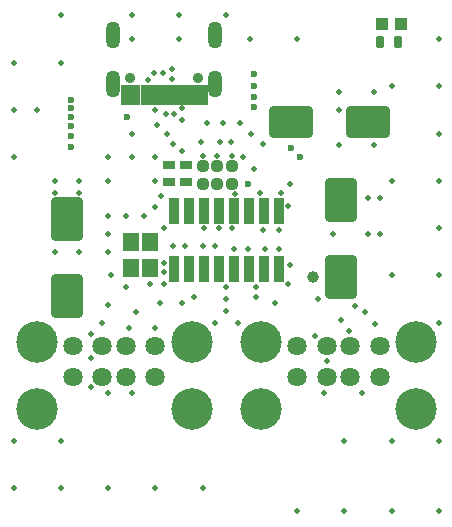
<source format=gbr>
%FSLAX46Y46*%
%MOMM*%
%AMPS13*
1,1,3.516000,0.000000,0.000000*
%
%ADD13PS13*%
%AMPS14*
1,1,1.628000,0.000000,0.000000*
%
%ADD14PS14*%
%AMPS12*
21,1,1.000000,1.000000,0.000000,0.000000,0.000000*
%
%ADD12PS12*%
%AMPS25*
21,1,0.800000,1.650000,0.000000,0.000000,180.000000*
%
%ADD25PS25*%
%AMPS19*
21,1,0.800000,2.150000,0.000000,0.000000,0.000000*
%
%ADD19PS19*%
%AMPS20*
21,1,0.800000,2.150000,0.000000,0.000000,180.000000*
%
%ADD20PS20*%
%AMPS21*
21,1,0.500000,1.650000,0.000000,0.000000,180.000000*
%
%ADD21PS21*%
%AMPS10*
21,1,1.600000,1.400000,0.000000,0.000000,90.000000*
%
%ADD10PS10*%
%AMPS26*
1,1,0.600000,0.000000,0.000000*
%
%ADD26PS26*%
%AMPS28*
1,1,1.000000,0.000000,0.000000*
%
%ADD28PS28*%
%AMPS27*
1,1,0.500000,0.000000,0.000000*
%
%ADD27PS27*%
%AMPS23*
21,1,1.050000,1.250000,0.000000,0.000000,270.000000*
1,1,1.250000,0.000000,-0.525000*
1,1,1.250000,0.000000,0.525000*
%
%ADD23PS23*%
%AMPS22*
21,1,1.050000,1.250000,0.000000,0.000000,270.000000*
1,1,1.250000,0.000000,-0.525000*
1,1,1.250000,0.000000,0.525000*
%
%ADD22PS22*%
%AMPS24*
1,1,0.900000,0.000000,0.000000*
%
%ADD24PS24*%
%AMPS15*
1,1,0.560000,-0.195000,-0.220000*
1,1,0.560000,0.195000,0.220000*
1,1,0.560000,-0.195000,0.220000*
1,1,0.560000,0.195000,-0.220000*
21,1,1.000000,0.390000,0.000000,0.000000,90.000000*
21,1,0.440000,0.950000,0.000000,0.000000,90.000000*
%
%ADD15PS15*%
%AMPS11*
1,1,0.440000,-0.130000,0.330000*
1,1,0.440000,0.130000,-0.330000*
1,1,0.440000,0.130000,0.330000*
1,1,0.440000,-0.130000,-0.330000*
21,1,0.700000,0.660000,0.000000,0.000000,0.000000*
21,1,0.260000,1.100000,0.000000,0.000000,0.000000*
%
%ADD11PS11*%
%AMPS18*
1,1,0.440000,0.330000,0.130000*
1,1,0.440000,-0.330000,-0.130000*
1,1,0.440000,0.330000,-0.130000*
1,1,0.440000,-0.330000,0.130000*
21,1,0.700000,0.660000,0.000000,0.000000,270.000000*
21,1,0.260000,1.100000,0.000000,0.000000,270.000000*
%
%ADD18PS18*%
%AMPS16*
1,1,0.700000,-1.500000,1.000000*
1,1,0.700000,1.500000,-1.000000*
1,1,0.700000,1.500000,1.000000*
1,1,0.700000,-1.500000,-1.000000*
21,1,3.700000,2.000000,0.000000,0.000000,0.000000*
21,1,3.000000,2.700000,0.000000,0.000000,0.000000*
%
%ADD16PS16*%
%AMPS17*
1,1,0.700000,-1.000000,-1.500000*
1,1,0.700000,1.000000,1.500000*
1,1,0.700000,-1.000000,1.500000*
1,1,0.700000,1.000000,-1.500000*
21,1,3.700000,2.000000,0.000000,0.000000,90.000000*
21,1,3.000000,2.700000,0.000000,0.000000,90.000000*
%
%ADD17PS17*%
G01*
G01*
%LPD*%
G75*
D10*
X11950000Y24850000D03*
D10*
X11950000Y22650000D03*
D10*
X13550000Y22650000D03*
D10*
X13550000Y24850000D03*
D11*
X33000000Y41750000D03*
D11*
X34500000Y41750000D03*
D12*
X33200000Y43250000D03*
D12*
X34800000Y43250000D03*
D13*
X22930000Y16350000D03*
D14*
X26000000Y13380000D03*
D14*
X33000000Y16000000D03*
D14*
X26000000Y16000000D03*
D13*
X36070000Y16350000D03*
D14*
X33000000Y13380000D03*
D14*
X30500000Y13380000D03*
D13*
X22930000Y10670000D03*
D14*
X28500000Y13380000D03*
D14*
X28500000Y16000000D03*
D13*
X36070000Y10670000D03*
D14*
X30500000Y16000000D03*
D15*
X18000000Y31250000D03*
D15*
X18000000Y29750000D03*
D16*
X25500000Y35000000D03*
D16*
X32000000Y35000000D03*
D17*
X29750000Y21875000D03*
D17*
X29750000Y28375000D03*
D15*
X19250000Y31250000D03*
D15*
X19250000Y29750000D03*
D15*
X20500000Y31250000D03*
D15*
X20500000Y29750000D03*
D18*
X15125000Y31375000D03*
D18*
X15125000Y29875000D03*
D19*
X21905000Y22550000D03*
D20*
X23175000Y27450000D03*
D19*
X19365000Y22550000D03*
D20*
X24445000Y27450000D03*
D20*
X16825000Y27450000D03*
D20*
X18095000Y27450000D03*
D19*
X16825000Y22550000D03*
D20*
X20635000Y27450000D03*
D20*
X21905000Y27450000D03*
D19*
X18095000Y22550000D03*
D20*
X15555000Y27450000D03*
D19*
X20635000Y22550000D03*
D19*
X23175000Y22550000D03*
D19*
X24445000Y22550000D03*
D19*
X15555000Y22550000D03*
D20*
X19365000Y27450000D03*
D13*
X3930000Y16350000D03*
D14*
X7000000Y13380000D03*
D14*
X14000000Y16000000D03*
D14*
X7000000Y16000000D03*
D13*
X17070000Y16350000D03*
D14*
X14000000Y13380000D03*
D14*
X11500000Y13380000D03*
D13*
X3930000Y10670000D03*
D14*
X9500000Y13380000D03*
D14*
X9500000Y16000000D03*
D13*
X17070000Y10670000D03*
D14*
X11500000Y16000000D03*
D21*
X13500000Y37280000D03*
D22*
X10430000Y42375000D03*
D21*
X15500000Y37280000D03*
D21*
X16500000Y37280000D03*
D21*
X15000000Y37280000D03*
D23*
X19070000Y38195001D03*
D24*
X17640000Y38725000D03*
D22*
X19070000Y42375000D03*
D21*
X13000000Y37280000D03*
D23*
X10430000Y38195001D03*
D25*
X18000000Y37280000D03*
D25*
X17200000Y37280000D03*
D24*
X11860000Y38725000D03*
D21*
X16000000Y37280000D03*
D25*
X12300000Y37280000D03*
D21*
X14500000Y37280000D03*
D25*
X11500000Y37280000D03*
D21*
X14000000Y37280000D03*
D18*
X16625000Y31375000D03*
D18*
X16625000Y29875000D03*
D17*
X6500000Y20250000D03*
D17*
X6500000Y26750000D03*
D26*
X6875000Y33750000D03*
D27*
X14125000Y34750000D03*
D27*
X14000000Y17500000D03*
D27*
X12000000Y44000000D03*
D27*
X20000000Y44000000D03*
D27*
X23125000Y25875000D03*
D26*
X6875000Y35375000D03*
D27*
X15375000Y38625000D03*
D27*
X11750000Y17500000D03*
D27*
X5500000Y30000000D03*
D27*
X26000000Y2000000D03*
D26*
X22375000Y36250000D03*
D27*
X8500000Y17000000D03*
D27*
X2000000Y36000000D03*
D27*
X5500000Y29000000D03*
D27*
X21375000Y32000000D03*
D27*
X32500000Y37500000D03*
D27*
X10000000Y30000000D03*
D27*
X2000000Y8000000D03*
D27*
X14000000Y36000000D03*
D27*
X19000000Y18000000D03*
D27*
X15500000Y24500000D03*
D27*
X29000000Y25500000D03*
D27*
X34000000Y8000000D03*
D27*
X27750000Y20000000D03*
D27*
X24500000Y24250000D03*
D27*
X31500000Y12000000D03*
D27*
X17875000Y33250000D03*
D27*
X30000000Y2000000D03*
D27*
X34000000Y22000000D03*
D26*
X6875000Y32875000D03*
D27*
X14900000Y35625000D03*
D27*
X7500000Y24000000D03*
D27*
X10000000Y32000000D03*
D27*
X34000000Y38000000D03*
D27*
X14375000Y19625000D03*
D27*
X14500000Y28750000D03*
D27*
X20749966Y28875000D03*
D27*
X2000000Y40000000D03*
D27*
X20500000Y32125000D03*
D27*
X14000000Y30000000D03*
D27*
X30875000Y19375000D03*
D27*
X25250000Y27875000D03*
D27*
X12000000Y12000000D03*
D27*
X15000000Y34000000D03*
D27*
X38000000Y42000000D03*
D27*
X19750000Y34875000D03*
D27*
X12000000Y42000000D03*
D27*
X13500000Y21250000D03*
D27*
X22875000Y29000000D03*
D27*
X10250000Y22000000D03*
D27*
X21125000Y34875000D03*
D27*
X6000000Y40000000D03*
D26*
X22375000Y37125000D03*
D26*
X6875000Y36875000D03*
D27*
X24125000Y19625000D03*
D27*
X32625000Y17875000D03*
D27*
X18125000Y26000000D03*
D27*
X15600000Y35625000D03*
D27*
X7500000Y30000000D03*
D27*
X15500000Y33125000D03*
D27*
X24625000Y29000000D03*
D27*
X10000000Y27000000D03*
D27*
X18000000Y4000000D03*
D27*
X14000000Y32000000D03*
D27*
X8500000Y12500000D03*
D26*
X22375000Y39000000D03*
D26*
X25500000Y32750000D03*
D27*
X6000000Y44000000D03*
D27*
X10000000Y4000000D03*
D27*
X30000000Y8000000D03*
D27*
X31750000Y18875000D03*
D27*
X14750000Y23000000D03*
D27*
X22375000Y31000000D03*
D27*
X14000000Y27750000D03*
D27*
X32000000Y25500000D03*
D27*
X8500000Y15000000D03*
D27*
X25375000Y22875000D03*
D26*
X26250000Y32000000D03*
D27*
X16250004Y36124996D03*
D27*
X18375000Y34875000D03*
D27*
X19500000Y33250000D03*
D27*
X25250000Y21250000D03*
D27*
X30375000Y17250000D03*
D27*
X23125000Y33125000D03*
D27*
X27500000Y16875000D03*
D27*
X38000000Y8000000D03*
D27*
X18000000Y24500000D03*
D27*
X20375000Y33250000D03*
D27*
X19375000Y26000000D03*
D27*
X13375000Y38500000D03*
D26*
X6875000Y36125000D03*
D27*
X29500000Y37500000D03*
D27*
X38000000Y26000000D03*
D26*
X6875000Y34625000D03*
D27*
X16250000Y35125000D03*
D27*
X5500000Y24000000D03*
D27*
X13000000Y27000000D03*
D27*
X32500000Y33000000D03*
D27*
X29500000Y33000000D03*
D27*
X14750000Y21250000D03*
D27*
X9500000Y18000000D03*
D27*
X11500000Y27000000D03*
D27*
X14750000Y22250000D03*
D27*
X23250000Y24250000D03*
D27*
X20500000Y26000000D03*
D27*
X28250000Y12000000D03*
D27*
X34000000Y30000000D03*
D27*
X20000000Y21000000D03*
D27*
X26000000Y42000000D03*
D27*
X16500000Y24500000D03*
D28*
X27375000Y21875000D03*
D26*
X22375000Y38000000D03*
D27*
X21875000Y24250000D03*
D27*
X20000000Y19000000D03*
D27*
X22000000Y42000000D03*
D27*
X16000000Y44000000D03*
D27*
X29750000Y18250000D03*
D27*
X15375000Y39500000D03*
D27*
X29500000Y36000000D03*
D27*
X21000000Y18000000D03*
D27*
X13900000Y39125000D03*
D27*
X2000000Y32000000D03*
D27*
X10000000Y12000000D03*
D26*
X21875000Y29750000D03*
D27*
X2000000Y4000000D03*
D27*
X12375000Y18875000D03*
D27*
X38000000Y34000000D03*
D27*
X6000000Y4000000D03*
D27*
X20000000Y20000000D03*
D27*
X14000000Y4000000D03*
D27*
X14750000Y26000000D03*
D27*
X10000000Y19500000D03*
D27*
X38000000Y38000000D03*
D27*
X17250000Y20125000D03*
D27*
X10000000Y24000000D03*
D27*
X16250000Y32500000D03*
D27*
X18000000Y32125000D03*
D27*
X20625000Y24250000D03*
D27*
X38000000Y2000000D03*
D27*
X28500000Y14750000D03*
D27*
X19000000Y24500000D03*
D27*
X38000000Y30000000D03*
D27*
X33000000Y25500000D03*
D27*
X16000000Y42000000D03*
D27*
X6000000Y8000000D03*
D27*
X22500000Y20125000D03*
D27*
X12000000Y32000000D03*
D27*
X38000000Y18000000D03*
D27*
X22125000Y34000000D03*
D27*
X33000000Y28500000D03*
D27*
X32000000Y28500000D03*
D27*
X16250000Y19625000D03*
D27*
X19250000Y32125000D03*
D27*
X25375000Y29750000D03*
D27*
X14600000Y39125000D03*
D27*
X24500000Y25875000D03*
D27*
X12000000Y34000000D03*
D27*
X10000000Y25500000D03*
D27*
X34000000Y2000000D03*
D27*
X38000000Y22000000D03*
D27*
X11500000Y21000000D03*
D27*
X7500000Y29000000D03*
D27*
X22500000Y21000000D03*
D27*
X4000000Y36000000D03*
D26*
X11625000Y35374992D03*
M02*

</source>
